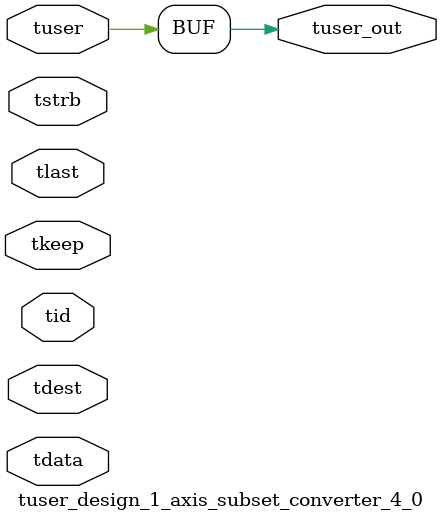
<source format=v>


`timescale 1ps/1ps

module tuser_design_1_axis_subset_converter_4_0 #
(
parameter C_S_AXIS_TUSER_WIDTH = 1,
parameter C_S_AXIS_TDATA_WIDTH = 32,
parameter C_S_AXIS_TID_WIDTH   = 0,
parameter C_S_AXIS_TDEST_WIDTH = 0,
parameter C_M_AXIS_TUSER_WIDTH = 1
)
(
input  [(C_S_AXIS_TUSER_WIDTH == 0 ? 1 : C_S_AXIS_TUSER_WIDTH)-1:0     ] tuser,
input  [(C_S_AXIS_TDATA_WIDTH == 0 ? 1 : C_S_AXIS_TDATA_WIDTH)-1:0     ] tdata,
input  [(C_S_AXIS_TID_WIDTH   == 0 ? 1 : C_S_AXIS_TID_WIDTH)-1:0       ] tid,
input  [(C_S_AXIS_TDEST_WIDTH == 0 ? 1 : C_S_AXIS_TDEST_WIDTH)-1:0     ] tdest,
input  [(C_S_AXIS_TDATA_WIDTH/8)-1:0 ] tkeep,
input  [(C_S_AXIS_TDATA_WIDTH/8)-1:0 ] tstrb,
input                                                                    tlast,
output [C_M_AXIS_TUSER_WIDTH-1:0] tuser_out
);

assign tuser_out = {tuser[0:0]};

endmodule


</source>
